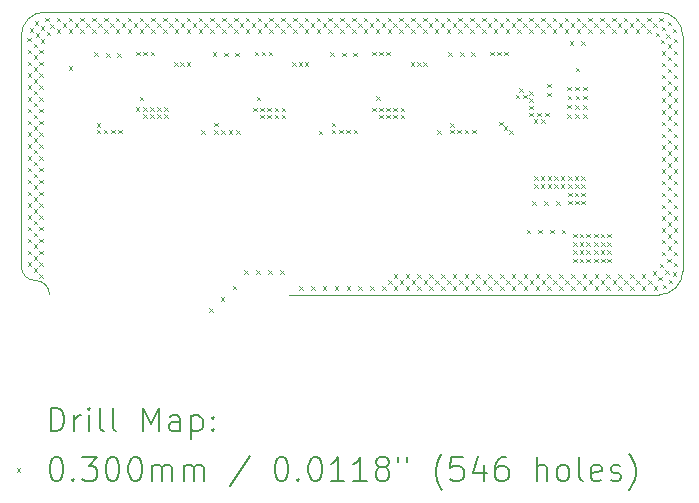
<source format=gbr>
%FSLAX45Y45*%
G04 Gerber Fmt 4.5, Leading zero omitted, Abs format (unit mm)*
G04 Created by KiCad (PCBNEW (5.99.0-12889-g70df3822b5)) date 2021-11-21 20:45:45*
%MOMM*%
%LPD*%
G01*
G04 APERTURE LIST*
%TA.AperFunction,Profile*%
%ADD10C,0.050000*%
%TD*%
%ADD11C,0.200000*%
%ADD12C,0.030000*%
G04 APERTURE END LIST*
D10*
X6400000Y3394062D02*
X1200000Y3394062D01*
X6600062Y3194000D02*
X6600000Y1200000D01*
X3270000Y1000000D02*
X6399938Y999938D01*
X6600062Y3194000D02*
G75*
G03*
X6400000Y3394062I-200062J0D01*
G01*
X1200000Y3394062D02*
G75*
G03*
X999938Y3194000I0J-200062D01*
G01*
X999867Y1240133D02*
G75*
G03*
X1119933Y1120067I120067J0D01*
G01*
X6399938Y999938D02*
G75*
G03*
X6600000Y1200000I0J200062D01*
G01*
X1240000Y1000000D02*
G75*
G03*
X1119933Y1120067I-120067J0D01*
G01*
X999938Y3194000D02*
X999867Y1240133D01*
D11*
D12*
X1052000Y3175000D02*
X1082000Y3145000D01*
X1082000Y3175000D02*
X1052000Y3145000D01*
X1054000Y3074000D02*
X1084000Y3044000D01*
X1084000Y3074000D02*
X1054000Y3044000D01*
X1054000Y2974000D02*
X1084000Y2944000D01*
X1084000Y2974000D02*
X1054000Y2944000D01*
X1054000Y2874000D02*
X1084000Y2844000D01*
X1084000Y2874000D02*
X1054000Y2844000D01*
X1054000Y2774000D02*
X1084000Y2744000D01*
X1084000Y2774000D02*
X1054000Y2744000D01*
X1054000Y2674000D02*
X1084000Y2644000D01*
X1084000Y2674000D02*
X1054000Y2644000D01*
X1054000Y2574000D02*
X1084000Y2544000D01*
X1084000Y2574000D02*
X1054000Y2544000D01*
X1054000Y2474000D02*
X1084000Y2444000D01*
X1084000Y2474000D02*
X1054000Y2444000D01*
X1054000Y2374000D02*
X1084000Y2344000D01*
X1084000Y2374000D02*
X1054000Y2344000D01*
X1054000Y2274000D02*
X1084000Y2244000D01*
X1084000Y2274000D02*
X1054000Y2244000D01*
X1054000Y2174000D02*
X1084000Y2144000D01*
X1084000Y2174000D02*
X1054000Y2144000D01*
X1054000Y2074000D02*
X1084000Y2044000D01*
X1084000Y2074000D02*
X1054000Y2044000D01*
X1054000Y1974000D02*
X1084000Y1944000D01*
X1084000Y1974000D02*
X1054000Y1944000D01*
X1054000Y1874000D02*
X1084000Y1844000D01*
X1084000Y1874000D02*
X1054000Y1844000D01*
X1054000Y1774000D02*
X1084000Y1744000D01*
X1084000Y1774000D02*
X1054000Y1744000D01*
X1054000Y1674000D02*
X1084000Y1644000D01*
X1084000Y1674000D02*
X1054000Y1644000D01*
X1054000Y1574000D02*
X1084000Y1544000D01*
X1084000Y1574000D02*
X1054000Y1544000D01*
X1054000Y1474000D02*
X1084000Y1444000D01*
X1084000Y1474000D02*
X1054000Y1444000D01*
X1054000Y1374000D02*
X1084000Y1344000D01*
X1084000Y1374000D02*
X1054000Y1344000D01*
X1054000Y1274000D02*
X1084000Y1244000D01*
X1084000Y1274000D02*
X1054000Y1244000D01*
X1070000Y3255000D02*
X1100000Y3225000D01*
X1100000Y3255000D02*
X1070000Y3225000D01*
X1104000Y3126000D02*
X1134000Y3096000D01*
X1134000Y3126000D02*
X1104000Y3096000D01*
X1104000Y3026000D02*
X1134000Y2996000D01*
X1134000Y3026000D02*
X1104000Y2996000D01*
X1104000Y2926000D02*
X1134000Y2896000D01*
X1134000Y2926000D02*
X1104000Y2896000D01*
X1104000Y2826000D02*
X1134000Y2796000D01*
X1134000Y2826000D02*
X1104000Y2796000D01*
X1104000Y2726000D02*
X1134000Y2696000D01*
X1134000Y2726000D02*
X1104000Y2696000D01*
X1104000Y2626000D02*
X1134000Y2596000D01*
X1134000Y2626000D02*
X1104000Y2596000D01*
X1104000Y2526000D02*
X1134000Y2496000D01*
X1134000Y2526000D02*
X1104000Y2496000D01*
X1104000Y2426000D02*
X1134000Y2396000D01*
X1134000Y2426000D02*
X1104000Y2396000D01*
X1104000Y2326000D02*
X1134000Y2296000D01*
X1134000Y2326000D02*
X1104000Y2296000D01*
X1104000Y2226000D02*
X1134000Y2196000D01*
X1134000Y2226000D02*
X1104000Y2196000D01*
X1104000Y2126000D02*
X1134000Y2096000D01*
X1134000Y2126000D02*
X1104000Y2096000D01*
X1104000Y2026000D02*
X1134000Y1996000D01*
X1134000Y2026000D02*
X1104000Y1996000D01*
X1104000Y1926000D02*
X1134000Y1896000D01*
X1134000Y1926000D02*
X1104000Y1896000D01*
X1104000Y1826000D02*
X1134000Y1796000D01*
X1134000Y1826000D02*
X1104000Y1796000D01*
X1104000Y1726000D02*
X1134000Y1696000D01*
X1134000Y1726000D02*
X1104000Y1696000D01*
X1104000Y1626000D02*
X1134000Y1596000D01*
X1134000Y1626000D02*
X1104000Y1596000D01*
X1104000Y1526000D02*
X1134000Y1496000D01*
X1134000Y1526000D02*
X1104000Y1496000D01*
X1104000Y1426000D02*
X1134000Y1396000D01*
X1134000Y1426000D02*
X1104000Y1396000D01*
X1104000Y1326000D02*
X1134000Y1296000D01*
X1134000Y1326000D02*
X1104000Y1296000D01*
X1104000Y1224000D02*
X1134000Y1194000D01*
X1134000Y1224000D02*
X1104000Y1194000D01*
X1115000Y3317000D02*
X1145000Y3287000D01*
X1145000Y3317000D02*
X1115000Y3287000D01*
X1121000Y3214000D02*
X1151000Y3184000D01*
X1151000Y3214000D02*
X1121000Y3184000D01*
X1154000Y3074000D02*
X1184000Y3044000D01*
X1184000Y3074000D02*
X1154000Y3044000D01*
X1154000Y2974000D02*
X1184000Y2944000D01*
X1184000Y2974000D02*
X1154000Y2944000D01*
X1154000Y2874000D02*
X1184000Y2844000D01*
X1184000Y2874000D02*
X1154000Y2844000D01*
X1154000Y2774000D02*
X1184000Y2744000D01*
X1184000Y2774000D02*
X1154000Y2744000D01*
X1154000Y2674000D02*
X1184000Y2644000D01*
X1184000Y2674000D02*
X1154000Y2644000D01*
X1154000Y2574000D02*
X1184000Y2544000D01*
X1184000Y2574000D02*
X1154000Y2544000D01*
X1154000Y2474000D02*
X1184000Y2444000D01*
X1184000Y2474000D02*
X1154000Y2444000D01*
X1154000Y2374000D02*
X1184000Y2344000D01*
X1184000Y2374000D02*
X1154000Y2344000D01*
X1154000Y2274000D02*
X1184000Y2244000D01*
X1184000Y2274000D02*
X1154000Y2244000D01*
X1154000Y2174000D02*
X1184000Y2144000D01*
X1184000Y2174000D02*
X1154000Y2144000D01*
X1154000Y2074000D02*
X1184000Y2044000D01*
X1184000Y2074000D02*
X1154000Y2044000D01*
X1154000Y1974000D02*
X1184000Y1944000D01*
X1184000Y1974000D02*
X1154000Y1944000D01*
X1154000Y1874000D02*
X1184000Y1844000D01*
X1184000Y1874000D02*
X1154000Y1844000D01*
X1154000Y1774000D02*
X1184000Y1744000D01*
X1184000Y1774000D02*
X1154000Y1744000D01*
X1154000Y1674000D02*
X1184000Y1644000D01*
X1184000Y1674000D02*
X1154000Y1644000D01*
X1154000Y1574000D02*
X1184000Y1544000D01*
X1184000Y1574000D02*
X1154000Y1544000D01*
X1154000Y1474000D02*
X1184000Y1444000D01*
X1184000Y1474000D02*
X1154000Y1444000D01*
X1154000Y1374000D02*
X1184000Y1344000D01*
X1184000Y1374000D02*
X1154000Y1344000D01*
X1154000Y1274000D02*
X1184000Y1244000D01*
X1184000Y1274000D02*
X1154000Y1244000D01*
X1154000Y1174000D02*
X1184000Y1144000D01*
X1184000Y1174000D02*
X1154000Y1144000D01*
X1163000Y3162000D02*
X1193000Y3132000D01*
X1193000Y3162000D02*
X1163000Y3132000D01*
X1165000Y3272000D02*
X1195000Y3242000D01*
X1195000Y3272000D02*
X1165000Y3242000D01*
X1201000Y3347000D02*
X1231000Y3317000D01*
X1231000Y3347000D02*
X1201000Y3317000D01*
X1214000Y3228000D02*
X1244000Y3198000D01*
X1244000Y3228000D02*
X1214000Y3198000D01*
X1244000Y3292000D02*
X1274000Y3262000D01*
X1274000Y3292000D02*
X1244000Y3262000D01*
X1301000Y3347000D02*
X1331000Y3317000D01*
X1331000Y3347000D02*
X1301000Y3317000D01*
X1301000Y3247000D02*
X1331000Y3217000D01*
X1331000Y3247000D02*
X1301000Y3217000D01*
X1351000Y3297000D02*
X1381000Y3267000D01*
X1381000Y3297000D02*
X1351000Y3267000D01*
X1401000Y3347000D02*
X1431000Y3317000D01*
X1431000Y3347000D02*
X1401000Y3317000D01*
X1401000Y3247000D02*
X1431000Y3217000D01*
X1431000Y3247000D02*
X1401000Y3217000D01*
X1401000Y2934000D02*
X1431000Y2904000D01*
X1431000Y2934000D02*
X1401000Y2904000D01*
X1451000Y3297000D02*
X1481000Y3267000D01*
X1481000Y3297000D02*
X1451000Y3267000D01*
X1501000Y3347000D02*
X1531000Y3317000D01*
X1531000Y3347000D02*
X1501000Y3317000D01*
X1501000Y3247000D02*
X1531000Y3217000D01*
X1531000Y3247000D02*
X1501000Y3217000D01*
X1551000Y3297000D02*
X1581000Y3267000D01*
X1581000Y3297000D02*
X1551000Y3267000D01*
X1601000Y3347000D02*
X1631000Y3317000D01*
X1631000Y3347000D02*
X1601000Y3317000D01*
X1601000Y3247000D02*
X1631000Y3217000D01*
X1631000Y3247000D02*
X1601000Y3217000D01*
X1619000Y3053000D02*
X1649000Y3023000D01*
X1649000Y3053000D02*
X1619000Y3023000D01*
X1637000Y2454000D02*
X1667000Y2424000D01*
X1667000Y2454000D02*
X1637000Y2424000D01*
X1637000Y2396000D02*
X1667000Y2366000D01*
X1667000Y2396000D02*
X1637000Y2366000D01*
X1651000Y3297000D02*
X1681000Y3267000D01*
X1681000Y3297000D02*
X1651000Y3267000D01*
X1699000Y2396000D02*
X1729000Y2366000D01*
X1729000Y2396000D02*
X1699000Y2366000D01*
X1701000Y3347000D02*
X1731000Y3317000D01*
X1731000Y3347000D02*
X1701000Y3317000D01*
X1701000Y3247000D02*
X1731000Y3217000D01*
X1731000Y3247000D02*
X1701000Y3217000D01*
X1721000Y3047000D02*
X1751000Y3017000D01*
X1751000Y3047000D02*
X1721000Y3017000D01*
X1751000Y3297000D02*
X1781000Y3267000D01*
X1781000Y3297000D02*
X1751000Y3267000D01*
X1760000Y2396000D02*
X1790000Y2366000D01*
X1790000Y2396000D02*
X1760000Y2366000D01*
X1801000Y3347000D02*
X1831000Y3317000D01*
X1831000Y3347000D02*
X1801000Y3317000D01*
X1801000Y3247000D02*
X1831000Y3217000D01*
X1831000Y3247000D02*
X1801000Y3217000D01*
X1813000Y3047000D02*
X1843000Y3017000D01*
X1843000Y3047000D02*
X1813000Y3017000D01*
X1823000Y2396000D02*
X1853000Y2366000D01*
X1853000Y2396000D02*
X1823000Y2366000D01*
X1851000Y3297000D02*
X1881000Y3267000D01*
X1881000Y3297000D02*
X1851000Y3267000D01*
X1901000Y3347000D02*
X1931000Y3317000D01*
X1931000Y3347000D02*
X1901000Y3317000D01*
X1901000Y3247000D02*
X1931000Y3217000D01*
X1931000Y3247000D02*
X1901000Y3217000D01*
X1951000Y3297000D02*
X1981000Y3267000D01*
X1981000Y3297000D02*
X1951000Y3267000D01*
X1970000Y2588000D02*
X2000000Y2558000D01*
X2000000Y2588000D02*
X1970000Y2558000D01*
X1974000Y3058000D02*
X2004000Y3028000D01*
X2004000Y3058000D02*
X1974000Y3028000D01*
X2001000Y3347000D02*
X2031000Y3317000D01*
X2031000Y3347000D02*
X2001000Y3317000D01*
X2001000Y3247000D02*
X2031000Y3217000D01*
X2031000Y3247000D02*
X2001000Y3217000D01*
X2004000Y2678000D02*
X2034000Y2648000D01*
X2034000Y2678000D02*
X2004000Y2648000D01*
X2032000Y2587000D02*
X2062000Y2557000D01*
X2062000Y2587000D02*
X2032000Y2557000D01*
X2032000Y2527000D02*
X2062000Y2497000D01*
X2062000Y2527000D02*
X2032000Y2497000D01*
X2034000Y3058000D02*
X2064000Y3028000D01*
X2064000Y3058000D02*
X2034000Y3028000D01*
X2051000Y3297000D02*
X2081000Y3267000D01*
X2081000Y3297000D02*
X2051000Y3267000D01*
X2092000Y2587000D02*
X2122000Y2557000D01*
X2122000Y2587000D02*
X2092000Y2557000D01*
X2092000Y2527000D02*
X2122000Y2497000D01*
X2122000Y2527000D02*
X2092000Y2497000D01*
X2094000Y3058000D02*
X2124000Y3028000D01*
X2124000Y3058000D02*
X2094000Y3028000D01*
X2101000Y3347000D02*
X2131000Y3317000D01*
X2131000Y3347000D02*
X2101000Y3317000D01*
X2101000Y3247000D02*
X2131000Y3217000D01*
X2131000Y3247000D02*
X2101000Y3217000D01*
X2151000Y3297000D02*
X2181000Y3267000D01*
X2181000Y3297000D02*
X2151000Y3267000D01*
X2152000Y2587000D02*
X2182000Y2557000D01*
X2182000Y2587000D02*
X2152000Y2557000D01*
X2152000Y2527000D02*
X2182000Y2497000D01*
X2182000Y2527000D02*
X2152000Y2497000D01*
X2201000Y3347000D02*
X2231000Y3317000D01*
X2231000Y3347000D02*
X2201000Y3317000D01*
X2201000Y3247000D02*
X2231000Y3217000D01*
X2231000Y3247000D02*
X2201000Y3217000D01*
X2212000Y2587000D02*
X2242000Y2557000D01*
X2242000Y2587000D02*
X2212000Y2557000D01*
X2212000Y2527000D02*
X2242000Y2497000D01*
X2242000Y2527000D02*
X2212000Y2497000D01*
X2251000Y3297000D02*
X2281000Y3267000D01*
X2281000Y3297000D02*
X2251000Y3267000D01*
X2293000Y2970000D02*
X2323000Y2940000D01*
X2323000Y2970000D02*
X2293000Y2940000D01*
X2301000Y3347000D02*
X2331000Y3317000D01*
X2331000Y3347000D02*
X2301000Y3317000D01*
X2301000Y3247000D02*
X2331000Y3217000D01*
X2331000Y3247000D02*
X2301000Y3217000D01*
X2346000Y2970000D02*
X2376000Y2940000D01*
X2376000Y2970000D02*
X2346000Y2940000D01*
X2351000Y3297000D02*
X2381000Y3267000D01*
X2381000Y3297000D02*
X2351000Y3267000D01*
X2399000Y2970000D02*
X2429000Y2940000D01*
X2429000Y2970000D02*
X2399000Y2940000D01*
X2401000Y3347000D02*
X2431000Y3317000D01*
X2431000Y3347000D02*
X2401000Y3317000D01*
X2401000Y3247000D02*
X2431000Y3217000D01*
X2431000Y3247000D02*
X2401000Y3217000D01*
X2451000Y3297000D02*
X2481000Y3267000D01*
X2481000Y3297000D02*
X2451000Y3267000D01*
X2501000Y3347000D02*
X2531000Y3317000D01*
X2531000Y3347000D02*
X2501000Y3317000D01*
X2501000Y3247000D02*
X2531000Y3217000D01*
X2531000Y3247000D02*
X2501000Y3217000D01*
X2523500Y2392500D02*
X2553500Y2362500D01*
X2553500Y2392500D02*
X2523500Y2362500D01*
X2551000Y3297000D02*
X2581000Y3267000D01*
X2581000Y3297000D02*
X2551000Y3267000D01*
X2590000Y884000D02*
X2620000Y854000D01*
X2620000Y884000D02*
X2590000Y854000D01*
X2601000Y3347000D02*
X2631000Y3317000D01*
X2631000Y3347000D02*
X2601000Y3317000D01*
X2601000Y3247000D02*
X2631000Y3217000D01*
X2631000Y3247000D02*
X2601000Y3217000D01*
X2620000Y3053000D02*
X2650000Y3023000D01*
X2650000Y3053000D02*
X2620000Y3023000D01*
X2633000Y2456000D02*
X2663000Y2426000D01*
X2663000Y2456000D02*
X2633000Y2426000D01*
X2633000Y2395000D02*
X2663000Y2365000D01*
X2663000Y2395000D02*
X2633000Y2365000D01*
X2651000Y3297000D02*
X2681000Y3267000D01*
X2681000Y3297000D02*
X2651000Y3267000D01*
X2690000Y978000D02*
X2720000Y948000D01*
X2720000Y978000D02*
X2690000Y948000D01*
X2695000Y2395000D02*
X2725000Y2365000D01*
X2725000Y2395000D02*
X2695000Y2365000D01*
X2701000Y3347000D02*
X2731000Y3317000D01*
X2731000Y3347000D02*
X2701000Y3317000D01*
X2701000Y3247000D02*
X2731000Y3217000D01*
X2731000Y3247000D02*
X2701000Y3217000D01*
X2719000Y3051000D02*
X2749000Y3021000D01*
X2749000Y3051000D02*
X2719000Y3021000D01*
X2751000Y3297000D02*
X2781000Y3267000D01*
X2781000Y3297000D02*
X2751000Y3267000D01*
X2756000Y2395000D02*
X2786000Y2365000D01*
X2786000Y2395000D02*
X2756000Y2365000D01*
X2789333Y1076000D02*
X2819333Y1046000D01*
X2819333Y1076000D02*
X2789333Y1046000D01*
X2801000Y3347000D02*
X2831000Y3317000D01*
X2831000Y3347000D02*
X2801000Y3317000D01*
X2801000Y3247000D02*
X2831000Y3217000D01*
X2831000Y3247000D02*
X2801000Y3217000D01*
X2811000Y3051000D02*
X2841000Y3021000D01*
X2841000Y3051000D02*
X2811000Y3021000D01*
X2819000Y2395000D02*
X2849000Y2365000D01*
X2849000Y2395000D02*
X2819000Y2365000D01*
X2851000Y3297000D02*
X2881000Y3267000D01*
X2881000Y3297000D02*
X2851000Y3267000D01*
X2889500Y1209500D02*
X2919500Y1179500D01*
X2919500Y1209500D02*
X2889500Y1179500D01*
X2901000Y3347000D02*
X2931000Y3317000D01*
X2931000Y3347000D02*
X2901000Y3317000D01*
X2901000Y3247000D02*
X2931000Y3217000D01*
X2931000Y3247000D02*
X2901000Y3217000D01*
X2951000Y3297000D02*
X2981000Y3267000D01*
X2981000Y3297000D02*
X2951000Y3267000D01*
X2963000Y2585000D02*
X2993000Y2555000D01*
X2993000Y2585000D02*
X2963000Y2555000D01*
X2976000Y3058000D02*
X3006000Y3028000D01*
X3006000Y3058000D02*
X2976000Y3028000D01*
X2989666Y1209500D02*
X3019666Y1179500D01*
X3019666Y1209500D02*
X2989666Y1179500D01*
X2992000Y2676000D02*
X3022000Y2646000D01*
X3022000Y2676000D02*
X2992000Y2646000D01*
X3001000Y3347000D02*
X3031000Y3317000D01*
X3031000Y3347000D02*
X3001000Y3317000D01*
X3001000Y3247000D02*
X3031000Y3217000D01*
X3031000Y3247000D02*
X3001000Y3217000D01*
X3024000Y2585000D02*
X3054000Y2555000D01*
X3054000Y2585000D02*
X3024000Y2555000D01*
X3024000Y2525000D02*
X3054000Y2495000D01*
X3054000Y2525000D02*
X3024000Y2495000D01*
X3036000Y3058000D02*
X3066000Y3028000D01*
X3066000Y3058000D02*
X3036000Y3028000D01*
X3051000Y3297000D02*
X3081000Y3267000D01*
X3081000Y3297000D02*
X3051000Y3267000D01*
X3084000Y2585000D02*
X3114000Y2555000D01*
X3114000Y2585000D02*
X3084000Y2555000D01*
X3084000Y2525000D02*
X3114000Y2495000D01*
X3114000Y2525000D02*
X3084000Y2495000D01*
X3089833Y1209500D02*
X3119833Y1179500D01*
X3119833Y1209500D02*
X3089833Y1179500D01*
X3096000Y3058000D02*
X3126000Y3028000D01*
X3126000Y3058000D02*
X3096000Y3028000D01*
X3101000Y3347000D02*
X3131000Y3317000D01*
X3131000Y3347000D02*
X3101000Y3317000D01*
X3101000Y3247000D02*
X3131000Y3217000D01*
X3131000Y3247000D02*
X3101000Y3217000D01*
X3144000Y2585000D02*
X3174000Y2555000D01*
X3174000Y2585000D02*
X3144000Y2555000D01*
X3144000Y2525000D02*
X3174000Y2495000D01*
X3174000Y2525000D02*
X3144000Y2495000D01*
X3151000Y3297000D02*
X3181000Y3267000D01*
X3181000Y3297000D02*
X3151000Y3267000D01*
X3191000Y1209500D02*
X3221000Y1179500D01*
X3221000Y1209500D02*
X3191000Y1179500D01*
X3201000Y3347000D02*
X3231000Y3317000D01*
X3231000Y3347000D02*
X3201000Y3317000D01*
X3201000Y3247000D02*
X3231000Y3217000D01*
X3231000Y3247000D02*
X3201000Y3217000D01*
X3204000Y2585000D02*
X3234000Y2555000D01*
X3234000Y2585000D02*
X3204000Y2555000D01*
X3204000Y2525000D02*
X3234000Y2495000D01*
X3234000Y2525000D02*
X3204000Y2495000D01*
X3251000Y3297000D02*
X3281000Y3267000D01*
X3281000Y3297000D02*
X3251000Y3267000D01*
X3295000Y2970000D02*
X3325000Y2940000D01*
X3325000Y2970000D02*
X3295000Y2940000D01*
X3301000Y3347000D02*
X3331000Y3317000D01*
X3331000Y3347000D02*
X3301000Y3317000D01*
X3301000Y3247000D02*
X3331000Y3217000D01*
X3331000Y3247000D02*
X3301000Y3217000D01*
X3348000Y2970000D02*
X3378000Y2940000D01*
X3378000Y2970000D02*
X3348000Y2940000D01*
X3351000Y3297000D02*
X3381000Y3267000D01*
X3381000Y3297000D02*
X3351000Y3267000D01*
X3354000Y1074000D02*
X3384000Y1044000D01*
X3384000Y1074000D02*
X3354000Y1044000D01*
X3401000Y3347000D02*
X3431000Y3317000D01*
X3431000Y3347000D02*
X3401000Y3317000D01*
X3401000Y3247000D02*
X3431000Y3217000D01*
X3431000Y3247000D02*
X3401000Y3217000D01*
X3401000Y2970000D02*
X3431000Y2940000D01*
X3431000Y2970000D02*
X3401000Y2940000D01*
X3451000Y3297000D02*
X3481000Y3267000D01*
X3481000Y3297000D02*
X3451000Y3267000D01*
X3454000Y1074000D02*
X3484000Y1044000D01*
X3484000Y1074000D02*
X3454000Y1044000D01*
X3501000Y3347000D02*
X3531000Y3317000D01*
X3531000Y3347000D02*
X3501000Y3317000D01*
X3501000Y3247000D02*
X3531000Y3217000D01*
X3531000Y3247000D02*
X3501000Y3217000D01*
X3518500Y2390500D02*
X3548500Y2360500D01*
X3548500Y2390500D02*
X3518500Y2360500D01*
X3551000Y3297000D02*
X3581000Y3267000D01*
X3581000Y3297000D02*
X3551000Y3267000D01*
X3554000Y1074000D02*
X3584000Y1044000D01*
X3584000Y1074000D02*
X3554000Y1044000D01*
X3601000Y3347000D02*
X3631000Y3317000D01*
X3631000Y3347000D02*
X3601000Y3317000D01*
X3601000Y3247000D02*
X3631000Y3217000D01*
X3631000Y3247000D02*
X3601000Y3217000D01*
X3617000Y3053000D02*
X3647000Y3023000D01*
X3647000Y3053000D02*
X3617000Y3023000D01*
X3628000Y2456000D02*
X3658000Y2426000D01*
X3658000Y2456000D02*
X3628000Y2426000D01*
X3628000Y2396000D02*
X3658000Y2366000D01*
X3658000Y2396000D02*
X3628000Y2366000D01*
X3651000Y3297000D02*
X3681000Y3267000D01*
X3681000Y3297000D02*
X3651000Y3267000D01*
X3654000Y1074000D02*
X3684000Y1044000D01*
X3684000Y1074000D02*
X3654000Y1044000D01*
X3690000Y2396000D02*
X3720000Y2366000D01*
X3720000Y2396000D02*
X3690000Y2366000D01*
X3701000Y3347000D02*
X3731000Y3317000D01*
X3731000Y3347000D02*
X3701000Y3317000D01*
X3701000Y3247000D02*
X3731000Y3217000D01*
X3731000Y3247000D02*
X3701000Y3217000D01*
X3718000Y3050000D02*
X3748000Y3020000D01*
X3748000Y3050000D02*
X3718000Y3020000D01*
X3751000Y3297000D02*
X3781000Y3267000D01*
X3781000Y3297000D02*
X3751000Y3267000D01*
X3751000Y2396000D02*
X3781000Y2366000D01*
X3781000Y2396000D02*
X3751000Y2366000D01*
X3754000Y1074000D02*
X3784000Y1044000D01*
X3784000Y1074000D02*
X3754000Y1044000D01*
X3801000Y3347000D02*
X3831000Y3317000D01*
X3831000Y3347000D02*
X3801000Y3317000D01*
X3801000Y3247000D02*
X3831000Y3217000D01*
X3831000Y3247000D02*
X3801000Y3217000D01*
X3810000Y3050000D02*
X3840000Y3020000D01*
X3840000Y3050000D02*
X3810000Y3020000D01*
X3814000Y2396000D02*
X3844000Y2366000D01*
X3844000Y2396000D02*
X3814000Y2366000D01*
X3851000Y3297000D02*
X3881000Y3267000D01*
X3881000Y3297000D02*
X3851000Y3267000D01*
X3854000Y1074000D02*
X3884000Y1044000D01*
X3884000Y1074000D02*
X3854000Y1044000D01*
X3901000Y3347000D02*
X3931000Y3317000D01*
X3931000Y3347000D02*
X3901000Y3317000D01*
X3901000Y3247000D02*
X3931000Y3217000D01*
X3931000Y3247000D02*
X3901000Y3217000D01*
X3951000Y3297000D02*
X3981000Y3267000D01*
X3981000Y3297000D02*
X3951000Y3267000D01*
X3954000Y1074000D02*
X3984000Y1044000D01*
X3984000Y1074000D02*
X3954000Y1044000D01*
X3969000Y3058000D02*
X3999000Y3028000D01*
X3999000Y3058000D02*
X3969000Y3028000D01*
X3972000Y2585000D02*
X4002000Y2555000D01*
X4002000Y2585000D02*
X3972000Y2555000D01*
X4001000Y3347000D02*
X4031000Y3317000D01*
X4031000Y3347000D02*
X4001000Y3317000D01*
X4001000Y3247000D02*
X4031000Y3217000D01*
X4031000Y3247000D02*
X4001000Y3217000D01*
X4003000Y2680000D02*
X4033000Y2650000D01*
X4033000Y2680000D02*
X4003000Y2650000D01*
X4029000Y3058000D02*
X4059000Y3028000D01*
X4059000Y3058000D02*
X4029000Y3028000D01*
X4031000Y2585000D02*
X4061000Y2555000D01*
X4061000Y2585000D02*
X4031000Y2555000D01*
X4031000Y2525000D02*
X4061000Y2495000D01*
X4061000Y2525000D02*
X4031000Y2495000D01*
X4051000Y3297000D02*
X4081000Y3267000D01*
X4081000Y3297000D02*
X4051000Y3267000D01*
X4054000Y1074000D02*
X4084000Y1044000D01*
X4084000Y1074000D02*
X4054000Y1044000D01*
X4089000Y3058000D02*
X4119000Y3028000D01*
X4119000Y3058000D02*
X4089000Y3028000D01*
X4091000Y2585000D02*
X4121000Y2555000D01*
X4121000Y2585000D02*
X4091000Y2555000D01*
X4091000Y2525000D02*
X4121000Y2495000D01*
X4121000Y2525000D02*
X4091000Y2495000D01*
X4101000Y3347000D02*
X4131000Y3317000D01*
X4131000Y3347000D02*
X4101000Y3317000D01*
X4101000Y3247000D02*
X4131000Y3217000D01*
X4131000Y3247000D02*
X4101000Y3217000D01*
X4106000Y1123000D02*
X4136000Y1093000D01*
X4136000Y1123000D02*
X4106000Y1093000D01*
X4151000Y3297000D02*
X4181000Y3267000D01*
X4181000Y3297000D02*
X4151000Y3267000D01*
X4151000Y2585000D02*
X4181000Y2555000D01*
X4181000Y2585000D02*
X4151000Y2555000D01*
X4151000Y2525000D02*
X4181000Y2495000D01*
X4181000Y2525000D02*
X4151000Y2495000D01*
X4154000Y1174000D02*
X4184000Y1144000D01*
X4184000Y1174000D02*
X4154000Y1144000D01*
X4154000Y1074000D02*
X4184000Y1044000D01*
X4184000Y1074000D02*
X4154000Y1044000D01*
X4201000Y3347000D02*
X4231000Y3317000D01*
X4231000Y3347000D02*
X4201000Y3317000D01*
X4201000Y3247000D02*
X4231000Y3217000D01*
X4231000Y3247000D02*
X4201000Y3217000D01*
X4206000Y1123000D02*
X4236000Y1093000D01*
X4236000Y1123000D02*
X4206000Y1093000D01*
X4211000Y2585000D02*
X4241000Y2555000D01*
X4241000Y2585000D02*
X4211000Y2555000D01*
X4211000Y2525000D02*
X4241000Y2495000D01*
X4241000Y2525000D02*
X4211000Y2495000D01*
X4251000Y3297000D02*
X4281000Y3267000D01*
X4281000Y3297000D02*
X4251000Y3267000D01*
X4254000Y1174000D02*
X4284000Y1144000D01*
X4284000Y1174000D02*
X4254000Y1144000D01*
X4254000Y1074000D02*
X4284000Y1044000D01*
X4284000Y1074000D02*
X4254000Y1044000D01*
X4297000Y2970000D02*
X4327000Y2940000D01*
X4327000Y2970000D02*
X4297000Y2940000D01*
X4301000Y3347000D02*
X4331000Y3317000D01*
X4331000Y3347000D02*
X4301000Y3317000D01*
X4301000Y3247000D02*
X4331000Y3217000D01*
X4331000Y3247000D02*
X4301000Y3217000D01*
X4306000Y1123000D02*
X4336000Y1093000D01*
X4336000Y1123000D02*
X4306000Y1093000D01*
X4350000Y2970000D02*
X4380000Y2940000D01*
X4380000Y2970000D02*
X4350000Y2940000D01*
X4351000Y3297000D02*
X4381000Y3267000D01*
X4381000Y3297000D02*
X4351000Y3267000D01*
X4354000Y1174000D02*
X4384000Y1144000D01*
X4384000Y1174000D02*
X4354000Y1144000D01*
X4354000Y1074000D02*
X4384000Y1044000D01*
X4384000Y1074000D02*
X4354000Y1044000D01*
X4401000Y3347000D02*
X4431000Y3317000D01*
X4431000Y3347000D02*
X4401000Y3317000D01*
X4401000Y3247000D02*
X4431000Y3217000D01*
X4431000Y3247000D02*
X4401000Y3217000D01*
X4403000Y2970000D02*
X4433000Y2940000D01*
X4433000Y2970000D02*
X4403000Y2940000D01*
X4406000Y1123000D02*
X4436000Y1093000D01*
X4436000Y1123000D02*
X4406000Y1093000D01*
X4451000Y3297000D02*
X4481000Y3267000D01*
X4481000Y3297000D02*
X4451000Y3267000D01*
X4454000Y1174000D02*
X4484000Y1144000D01*
X4484000Y1174000D02*
X4454000Y1144000D01*
X4454000Y1074000D02*
X4484000Y1044000D01*
X4484000Y1074000D02*
X4454000Y1044000D01*
X4501000Y3347000D02*
X4531000Y3317000D01*
X4531000Y3347000D02*
X4501000Y3317000D01*
X4501000Y3247000D02*
X4531000Y3217000D01*
X4531000Y3247000D02*
X4501000Y3217000D01*
X4506000Y1123000D02*
X4536000Y1093000D01*
X4536000Y1123000D02*
X4506000Y1093000D01*
X4523000Y2393000D02*
X4553000Y2363000D01*
X4553000Y2393000D02*
X4523000Y2363000D01*
X4551000Y3297000D02*
X4581000Y3267000D01*
X4581000Y3297000D02*
X4551000Y3267000D01*
X4554000Y1174000D02*
X4584000Y1144000D01*
X4584000Y1174000D02*
X4554000Y1144000D01*
X4554000Y1074000D02*
X4584000Y1044000D01*
X4584000Y1074000D02*
X4554000Y1044000D01*
X4601000Y3347000D02*
X4631000Y3317000D01*
X4631000Y3347000D02*
X4601000Y3317000D01*
X4601000Y3247000D02*
X4631000Y3217000D01*
X4631000Y3247000D02*
X4601000Y3217000D01*
X4606000Y1123000D02*
X4636000Y1093000D01*
X4636000Y1123000D02*
X4606000Y1093000D01*
X4614000Y3053000D02*
X4644000Y3023000D01*
X4644000Y3053000D02*
X4614000Y3023000D01*
X4630000Y2453000D02*
X4660000Y2423000D01*
X4660000Y2453000D02*
X4630000Y2423000D01*
X4630000Y2397000D02*
X4660000Y2367000D01*
X4660000Y2397000D02*
X4630000Y2367000D01*
X4651000Y3297000D02*
X4681000Y3267000D01*
X4681000Y3297000D02*
X4651000Y3267000D01*
X4654000Y1174000D02*
X4684000Y1144000D01*
X4684000Y1174000D02*
X4654000Y1144000D01*
X4654000Y1074000D02*
X4684000Y1044000D01*
X4684000Y1074000D02*
X4654000Y1044000D01*
X4692000Y2397000D02*
X4722000Y2367000D01*
X4722000Y2397000D02*
X4692000Y2367000D01*
X4701000Y3347000D02*
X4731000Y3317000D01*
X4731000Y3347000D02*
X4701000Y3317000D01*
X4701000Y3247000D02*
X4731000Y3217000D01*
X4731000Y3247000D02*
X4701000Y3217000D01*
X4706000Y1123000D02*
X4736000Y1093000D01*
X4736000Y1123000D02*
X4706000Y1093000D01*
X4717000Y3053000D02*
X4747000Y3023000D01*
X4747000Y3053000D02*
X4717000Y3023000D01*
X4751000Y3297000D02*
X4781000Y3267000D01*
X4781000Y3297000D02*
X4751000Y3267000D01*
X4753000Y2397000D02*
X4783000Y2367000D01*
X4783000Y2397000D02*
X4753000Y2367000D01*
X4754000Y1174000D02*
X4784000Y1144000D01*
X4784000Y1174000D02*
X4754000Y1144000D01*
X4754000Y1074000D02*
X4784000Y1044000D01*
X4784000Y1074000D02*
X4754000Y1044000D01*
X4801000Y3347000D02*
X4831000Y3317000D01*
X4831000Y3347000D02*
X4801000Y3317000D01*
X4801000Y3247000D02*
X4831000Y3217000D01*
X4831000Y3247000D02*
X4801000Y3217000D01*
X4806000Y1123000D02*
X4836000Y1093000D01*
X4836000Y1123000D02*
X4806000Y1093000D01*
X4809000Y3053000D02*
X4839000Y3023000D01*
X4839000Y3053000D02*
X4809000Y3023000D01*
X4816000Y2397000D02*
X4846000Y2367000D01*
X4846000Y2397000D02*
X4816000Y2367000D01*
X4851000Y3297000D02*
X4881000Y3267000D01*
X4881000Y3297000D02*
X4851000Y3267000D01*
X4854000Y1174000D02*
X4884000Y1144000D01*
X4884000Y1174000D02*
X4854000Y1144000D01*
X4854000Y1074000D02*
X4884000Y1044000D01*
X4884000Y1074000D02*
X4854000Y1044000D01*
X4901000Y3347000D02*
X4931000Y3317000D01*
X4931000Y3347000D02*
X4901000Y3317000D01*
X4901000Y3247000D02*
X4931000Y3217000D01*
X4931000Y3247000D02*
X4901000Y3217000D01*
X4906000Y1123000D02*
X4936000Y1093000D01*
X4936000Y1123000D02*
X4906000Y1093000D01*
X4951000Y3297000D02*
X4981000Y3267000D01*
X4981000Y3297000D02*
X4951000Y3267000D01*
X4954000Y1174000D02*
X4984000Y1144000D01*
X4984000Y1174000D02*
X4954000Y1144000D01*
X4954000Y1074000D02*
X4984000Y1044000D01*
X4984000Y1074000D02*
X4954000Y1044000D01*
X4970000Y3058000D02*
X5000000Y3028000D01*
X5000000Y3058000D02*
X4970000Y3028000D01*
X5001000Y3347000D02*
X5031000Y3317000D01*
X5031000Y3347000D02*
X5001000Y3317000D01*
X5001000Y3247000D02*
X5031000Y3217000D01*
X5031000Y3247000D02*
X5001000Y3217000D01*
X5006000Y1123000D02*
X5036000Y1093000D01*
X5036000Y1123000D02*
X5006000Y1093000D01*
X5030000Y3058000D02*
X5060000Y3028000D01*
X5060000Y3058000D02*
X5030000Y3028000D01*
X5047000Y2466000D02*
X5077000Y2436000D01*
X5077000Y2466000D02*
X5047000Y2436000D01*
X5051000Y3297000D02*
X5081000Y3267000D01*
X5081000Y3297000D02*
X5051000Y3267000D01*
X5054000Y1174000D02*
X5084000Y1144000D01*
X5084000Y1174000D02*
X5054000Y1144000D01*
X5054000Y1074000D02*
X5084000Y1044000D01*
X5084000Y1074000D02*
X5054000Y1044000D01*
X5086000Y2428000D02*
X5116000Y2398000D01*
X5116000Y2428000D02*
X5086000Y2398000D01*
X5090000Y3058000D02*
X5120000Y3028000D01*
X5120000Y3058000D02*
X5090000Y3028000D01*
X5101000Y3347000D02*
X5131000Y3317000D01*
X5131000Y3347000D02*
X5101000Y3317000D01*
X5101000Y3247000D02*
X5131000Y3217000D01*
X5131000Y3247000D02*
X5101000Y3217000D01*
X5106000Y1123000D02*
X5136000Y1093000D01*
X5136000Y1123000D02*
X5106000Y1093000D01*
X5129000Y2394000D02*
X5159000Y2364000D01*
X5159000Y2394000D02*
X5129000Y2364000D01*
X5151000Y3297000D02*
X5181000Y3267000D01*
X5181000Y3297000D02*
X5151000Y3267000D01*
X5154000Y1174000D02*
X5184000Y1144000D01*
X5184000Y1174000D02*
X5154000Y1144000D01*
X5154000Y1074000D02*
X5184000Y1044000D01*
X5184000Y1074000D02*
X5154000Y1044000D01*
X5185000Y2695000D02*
X5215000Y2665000D01*
X5215000Y2695000D02*
X5185000Y2665000D01*
X5201000Y3347000D02*
X5231000Y3317000D01*
X5231000Y3347000D02*
X5201000Y3317000D01*
X5201000Y3247000D02*
X5231000Y3217000D01*
X5231000Y3247000D02*
X5201000Y3217000D01*
X5206000Y1123000D02*
X5236000Y1093000D01*
X5236000Y1123000D02*
X5206000Y1093000D01*
X5217500Y2750000D02*
X5247500Y2720000D01*
X5247500Y2750000D02*
X5217500Y2720000D01*
X5247500Y2695000D02*
X5277500Y2665000D01*
X5277500Y2695000D02*
X5247500Y2665000D01*
X5251000Y3297000D02*
X5281000Y3267000D01*
X5281000Y3297000D02*
X5251000Y3267000D01*
X5254000Y1174000D02*
X5284000Y1144000D01*
X5284000Y1174000D02*
X5254000Y1144000D01*
X5254000Y1074000D02*
X5284000Y1044000D01*
X5284000Y1074000D02*
X5254000Y1044000D01*
X5277500Y1550000D02*
X5307500Y1520000D01*
X5307500Y1550000D02*
X5277500Y1520000D01*
X5301000Y3347000D02*
X5331000Y3317000D01*
X5331000Y3347000D02*
X5301000Y3317000D01*
X5301000Y3247000D02*
X5331000Y3217000D01*
X5331000Y3247000D02*
X5301000Y3217000D01*
X5302500Y2725000D02*
X5332500Y2695000D01*
X5332500Y2725000D02*
X5302500Y2695000D01*
X5302500Y2663333D02*
X5332500Y2633333D01*
X5332500Y2663333D02*
X5302500Y2633333D01*
X5302500Y2601667D02*
X5332500Y2571667D01*
X5332500Y2601667D02*
X5302500Y2571667D01*
X5302500Y2540000D02*
X5332500Y2510000D01*
X5332500Y2540000D02*
X5302500Y2510000D01*
X5306000Y1123000D02*
X5336000Y1093000D01*
X5336000Y1123000D02*
X5306000Y1093000D01*
X5327000Y1793500D02*
X5357000Y1763500D01*
X5357000Y1793500D02*
X5327000Y1763500D01*
X5340000Y2485000D02*
X5370000Y2455000D01*
X5370000Y2485000D02*
X5340000Y2455000D01*
X5343000Y2004500D02*
X5373000Y1974500D01*
X5373000Y2004500D02*
X5343000Y1974500D01*
X5344000Y1934500D02*
X5374000Y1904500D01*
X5374000Y1934500D02*
X5344000Y1904500D01*
X5351000Y3297000D02*
X5381000Y3267000D01*
X5381000Y3297000D02*
X5351000Y3267000D01*
X5354000Y1174000D02*
X5384000Y1144000D01*
X5384000Y1174000D02*
X5354000Y1144000D01*
X5354000Y1074000D02*
X5384000Y1044000D01*
X5384000Y1074000D02*
X5354000Y1044000D01*
X5369500Y2540000D02*
X5399500Y2510000D01*
X5399500Y2540000D02*
X5369500Y2510000D01*
X5377000Y1549500D02*
X5407000Y1519500D01*
X5407000Y1549500D02*
X5377000Y1519500D01*
X5398000Y2004500D02*
X5428000Y1974500D01*
X5428000Y2004500D02*
X5398000Y1974500D01*
X5399000Y1934500D02*
X5429000Y1904500D01*
X5429000Y1934500D02*
X5399000Y1904500D01*
X5400000Y2485000D02*
X5430000Y2455000D01*
X5430000Y2485000D02*
X5400000Y2455000D01*
X5401000Y3347000D02*
X5431000Y3317000D01*
X5431000Y3347000D02*
X5401000Y3317000D01*
X5401000Y3247000D02*
X5431000Y3217000D01*
X5431000Y3247000D02*
X5401000Y3217000D01*
X5406000Y1123000D02*
X5436000Y1093000D01*
X5436000Y1123000D02*
X5406000Y1093000D01*
X5427000Y1793500D02*
X5457000Y1763500D01*
X5457000Y1793500D02*
X5427000Y1763500D01*
X5435000Y2540000D02*
X5465000Y2510000D01*
X5465000Y2540000D02*
X5435000Y2510000D01*
X5451000Y3297000D02*
X5481000Y3267000D01*
X5481000Y3297000D02*
X5451000Y3267000D01*
X5454000Y1174000D02*
X5484000Y1144000D01*
X5484000Y1174000D02*
X5454000Y1144000D01*
X5454000Y1074000D02*
X5484000Y1044000D01*
X5484000Y1074000D02*
X5454000Y1044000D01*
X5455000Y2785000D02*
X5485000Y2755000D01*
X5485000Y2785000D02*
X5455000Y2755000D01*
X5455000Y2709000D02*
X5485000Y2679000D01*
X5485000Y2709000D02*
X5455000Y2679000D01*
X5458000Y2004500D02*
X5488000Y1974500D01*
X5488000Y2004500D02*
X5458000Y1974500D01*
X5459000Y1934500D02*
X5489000Y1904500D01*
X5489000Y1934500D02*
X5459000Y1904500D01*
X5477000Y1549500D02*
X5507000Y1519500D01*
X5507000Y1549500D02*
X5477000Y1519500D01*
X5501000Y3347000D02*
X5531000Y3317000D01*
X5531000Y3347000D02*
X5501000Y3317000D01*
X5501000Y3247000D02*
X5531000Y3217000D01*
X5531000Y3247000D02*
X5501000Y3217000D01*
X5506000Y1123000D02*
X5536000Y1093000D01*
X5536000Y1123000D02*
X5506000Y1093000D01*
X5513000Y2004500D02*
X5543000Y1974500D01*
X5543000Y2004500D02*
X5513000Y1974500D01*
X5514000Y1934500D02*
X5544000Y1904500D01*
X5544000Y1934500D02*
X5514000Y1904500D01*
X5527000Y1793500D02*
X5557000Y1763500D01*
X5557000Y1793500D02*
X5527000Y1763500D01*
X5551000Y3297000D02*
X5581000Y3267000D01*
X5581000Y3297000D02*
X5551000Y3267000D01*
X5554000Y1174000D02*
X5584000Y1144000D01*
X5584000Y1174000D02*
X5554000Y1144000D01*
X5554000Y1074000D02*
X5584000Y1044000D01*
X5584000Y1074000D02*
X5554000Y1044000D01*
X5568000Y2004500D02*
X5598000Y1974500D01*
X5598000Y2004500D02*
X5568000Y1974500D01*
X5569000Y1934500D02*
X5599000Y1904500D01*
X5599000Y1934500D02*
X5569000Y1904500D01*
X5577000Y1549500D02*
X5607000Y1519500D01*
X5607000Y1549500D02*
X5577000Y1519500D01*
X5601000Y3347000D02*
X5631000Y3317000D01*
X5631000Y3347000D02*
X5601000Y3317000D01*
X5601000Y3247000D02*
X5631000Y3217000D01*
X5631000Y3247000D02*
X5601000Y3217000D01*
X5606000Y1123000D02*
X5636000Y1093000D01*
X5636000Y1123000D02*
X5606000Y1093000D01*
X5624000Y2530000D02*
X5654000Y2500000D01*
X5654000Y2530000D02*
X5624000Y2500000D01*
X5624000Y2763000D02*
X5654000Y2733000D01*
X5654000Y2763000D02*
X5624000Y2733000D01*
X5624000Y2607667D02*
X5654000Y2577667D01*
X5654000Y2607667D02*
X5624000Y2577667D01*
X5625000Y2685333D02*
X5655000Y2655333D01*
X5655000Y2685333D02*
X5625000Y2655333D01*
X5632000Y2004500D02*
X5662000Y1974500D01*
X5662000Y2004500D02*
X5632000Y1974500D01*
X5632000Y1865500D02*
X5662000Y1835500D01*
X5662000Y1865500D02*
X5632000Y1835500D01*
X5633000Y1934500D02*
X5663000Y1904500D01*
X5663000Y1934500D02*
X5633000Y1904500D01*
X5633000Y1795500D02*
X5663000Y1765500D01*
X5663000Y1795500D02*
X5633000Y1765500D01*
X5645000Y3145000D02*
X5675000Y3115000D01*
X5675000Y3145000D02*
X5645000Y3115000D01*
X5651000Y3297000D02*
X5681000Y3267000D01*
X5681000Y3297000D02*
X5651000Y3267000D01*
X5654000Y1174000D02*
X5684000Y1144000D01*
X5684000Y1174000D02*
X5654000Y1144000D01*
X5654000Y1074000D02*
X5684000Y1044000D01*
X5684000Y1074000D02*
X5654000Y1044000D01*
X5672000Y1515500D02*
X5702000Y1485500D01*
X5702000Y1515500D02*
X5672000Y1485500D01*
X5672000Y1375500D02*
X5702000Y1345500D01*
X5702000Y1375500D02*
X5672000Y1345500D01*
X5673000Y1445500D02*
X5703000Y1415500D01*
X5703000Y1445500D02*
X5673000Y1415500D01*
X5673000Y1305500D02*
X5703000Y1275500D01*
X5703000Y1305500D02*
X5673000Y1275500D01*
X5687000Y2004500D02*
X5717000Y1974500D01*
X5717000Y2004500D02*
X5687000Y1974500D01*
X5687000Y1865500D02*
X5717000Y1835500D01*
X5717000Y1865500D02*
X5687000Y1835500D01*
X5688000Y1934500D02*
X5718000Y1904500D01*
X5718000Y1934500D02*
X5688000Y1904500D01*
X5688000Y1795500D02*
X5718000Y1765500D01*
X5718000Y1795500D02*
X5688000Y1765500D01*
X5691500Y2762000D02*
X5721500Y2732000D01*
X5721500Y2762000D02*
X5691500Y2732000D01*
X5691500Y2606667D02*
X5721500Y2576667D01*
X5721500Y2606667D02*
X5691500Y2576667D01*
X5691500Y2529000D02*
X5721500Y2499000D01*
X5721500Y2529000D02*
X5691500Y2499000D01*
X5692500Y2922500D02*
X5722500Y2892500D01*
X5722500Y2922500D02*
X5692500Y2892500D01*
X5692500Y2684333D02*
X5722500Y2654333D01*
X5722500Y2684333D02*
X5692500Y2654333D01*
X5701000Y3347000D02*
X5731000Y3317000D01*
X5731000Y3347000D02*
X5701000Y3317000D01*
X5701000Y3247000D02*
X5731000Y3217000D01*
X5731000Y3247000D02*
X5701000Y3217000D01*
X5706000Y1123000D02*
X5736000Y1093000D01*
X5736000Y1123000D02*
X5706000Y1093000D01*
X5727000Y1515500D02*
X5757000Y1485500D01*
X5757000Y1515500D02*
X5727000Y1485500D01*
X5727000Y1375500D02*
X5757000Y1345500D01*
X5757000Y1375500D02*
X5727000Y1345500D01*
X5728000Y1445500D02*
X5758000Y1415500D01*
X5758000Y1445500D02*
X5728000Y1415500D01*
X5728000Y1305500D02*
X5758000Y1275500D01*
X5758000Y1305500D02*
X5728000Y1275500D01*
X5741000Y3145000D02*
X5771000Y3115000D01*
X5771000Y3145000D02*
X5741000Y3115000D01*
X5742000Y2004500D02*
X5772000Y1974500D01*
X5772000Y2004500D02*
X5742000Y1974500D01*
X5742000Y1865500D02*
X5772000Y1835500D01*
X5772000Y1865500D02*
X5742000Y1835500D01*
X5743000Y1934500D02*
X5773000Y1904500D01*
X5773000Y1934500D02*
X5743000Y1904500D01*
X5743000Y1795500D02*
X5773000Y1765500D01*
X5773000Y1795500D02*
X5743000Y1765500D01*
X5751000Y3297000D02*
X5781000Y3267000D01*
X5781000Y3297000D02*
X5751000Y3267000D01*
X5754000Y1174000D02*
X5784000Y1144000D01*
X5784000Y1174000D02*
X5754000Y1144000D01*
X5754000Y1074000D02*
X5784000Y1044000D01*
X5784000Y1074000D02*
X5754000Y1044000D01*
X5759000Y2762000D02*
X5789000Y2732000D01*
X5789000Y2762000D02*
X5759000Y2732000D01*
X5759000Y2606667D02*
X5789000Y2576667D01*
X5789000Y2606667D02*
X5759000Y2576667D01*
X5759000Y2529000D02*
X5789000Y2499000D01*
X5789000Y2529000D02*
X5759000Y2499000D01*
X5760000Y2684333D02*
X5790000Y2654333D01*
X5790000Y2684333D02*
X5760000Y2654333D01*
X5782000Y1515500D02*
X5812000Y1485500D01*
X5812000Y1515500D02*
X5782000Y1485500D01*
X5782000Y1375500D02*
X5812000Y1345500D01*
X5812000Y1375500D02*
X5782000Y1345500D01*
X5783000Y1445500D02*
X5813000Y1415500D01*
X5813000Y1445500D02*
X5783000Y1415500D01*
X5783000Y1305500D02*
X5813000Y1275500D01*
X5813000Y1305500D02*
X5783000Y1275500D01*
X5801000Y3347000D02*
X5831000Y3317000D01*
X5831000Y3347000D02*
X5801000Y3317000D01*
X5801000Y3247000D02*
X5831000Y3217000D01*
X5831000Y3247000D02*
X5801000Y3217000D01*
X5806000Y1123000D02*
X5836000Y1093000D01*
X5836000Y1123000D02*
X5806000Y1093000D01*
X5851000Y3297000D02*
X5881000Y3267000D01*
X5881000Y3297000D02*
X5851000Y3267000D01*
X5852000Y1515500D02*
X5882000Y1485500D01*
X5882000Y1515500D02*
X5852000Y1485500D01*
X5852000Y1375500D02*
X5882000Y1345500D01*
X5882000Y1375500D02*
X5852000Y1345500D01*
X5853000Y1445500D02*
X5883000Y1415500D01*
X5883000Y1445500D02*
X5853000Y1415500D01*
X5853000Y1305500D02*
X5883000Y1275500D01*
X5883000Y1305500D02*
X5853000Y1275500D01*
X5854000Y1174000D02*
X5884000Y1144000D01*
X5884000Y1174000D02*
X5854000Y1144000D01*
X5854000Y1074000D02*
X5884000Y1044000D01*
X5884000Y1074000D02*
X5854000Y1044000D01*
X5901000Y3347000D02*
X5931000Y3317000D01*
X5931000Y3347000D02*
X5901000Y3317000D01*
X5901000Y3247000D02*
X5931000Y3217000D01*
X5931000Y3247000D02*
X5901000Y3217000D01*
X5906000Y1123000D02*
X5936000Y1093000D01*
X5936000Y1123000D02*
X5906000Y1093000D01*
X5907000Y1515500D02*
X5937000Y1485500D01*
X5937000Y1515500D02*
X5907000Y1485500D01*
X5907000Y1375500D02*
X5937000Y1345500D01*
X5937000Y1375500D02*
X5907000Y1345500D01*
X5908000Y1445500D02*
X5938000Y1415500D01*
X5938000Y1445500D02*
X5908000Y1415500D01*
X5908000Y1305500D02*
X5938000Y1275500D01*
X5938000Y1305500D02*
X5908000Y1275500D01*
X5951000Y3297000D02*
X5981000Y3267000D01*
X5981000Y3297000D02*
X5951000Y3267000D01*
X5954000Y1174000D02*
X5984000Y1144000D01*
X5984000Y1174000D02*
X5954000Y1144000D01*
X5954000Y1074000D02*
X5984000Y1044000D01*
X5984000Y1074000D02*
X5954000Y1044000D01*
X5962000Y1515500D02*
X5992000Y1485500D01*
X5992000Y1515500D02*
X5962000Y1485500D01*
X5962000Y1375500D02*
X5992000Y1345500D01*
X5992000Y1375500D02*
X5962000Y1345500D01*
X5963000Y1445500D02*
X5993000Y1415500D01*
X5993000Y1445500D02*
X5963000Y1415500D01*
X5963000Y1305500D02*
X5993000Y1275500D01*
X5993000Y1305500D02*
X5963000Y1275500D01*
X6001000Y3347000D02*
X6031000Y3317000D01*
X6031000Y3347000D02*
X6001000Y3317000D01*
X6001000Y3247000D02*
X6031000Y3217000D01*
X6031000Y3247000D02*
X6001000Y3217000D01*
X6006000Y1123000D02*
X6036000Y1093000D01*
X6036000Y1123000D02*
X6006000Y1093000D01*
X6051000Y3297000D02*
X6081000Y3267000D01*
X6081000Y3297000D02*
X6051000Y3267000D01*
X6054000Y1174000D02*
X6084000Y1144000D01*
X6084000Y1174000D02*
X6054000Y1144000D01*
X6054000Y1074000D02*
X6084000Y1044000D01*
X6084000Y1074000D02*
X6054000Y1044000D01*
X6101000Y3347000D02*
X6131000Y3317000D01*
X6131000Y3347000D02*
X6101000Y3317000D01*
X6101000Y3247000D02*
X6131000Y3217000D01*
X6131000Y3247000D02*
X6101000Y3217000D01*
X6106000Y1123000D02*
X6136000Y1093000D01*
X6136000Y1123000D02*
X6106000Y1093000D01*
X6151000Y3297000D02*
X6181000Y3267000D01*
X6181000Y3297000D02*
X6151000Y3267000D01*
X6154000Y1174000D02*
X6184000Y1144000D01*
X6184000Y1174000D02*
X6154000Y1144000D01*
X6154000Y1074000D02*
X6184000Y1044000D01*
X6184000Y1074000D02*
X6154000Y1044000D01*
X6201000Y3347000D02*
X6231000Y3317000D01*
X6231000Y3347000D02*
X6201000Y3317000D01*
X6201000Y3247000D02*
X6231000Y3217000D01*
X6231000Y3247000D02*
X6201000Y3217000D01*
X6206000Y1123000D02*
X6236000Y1093000D01*
X6236000Y1123000D02*
X6206000Y1093000D01*
X6251000Y3297000D02*
X6281000Y3267000D01*
X6281000Y3297000D02*
X6251000Y3267000D01*
X6254000Y1174000D02*
X6284000Y1144000D01*
X6284000Y1174000D02*
X6254000Y1144000D01*
X6254000Y1074000D02*
X6284000Y1044000D01*
X6284000Y1074000D02*
X6254000Y1044000D01*
X6301000Y3347000D02*
X6331000Y3317000D01*
X6331000Y3347000D02*
X6301000Y3317000D01*
X6301000Y3247000D02*
X6331000Y3217000D01*
X6331000Y3247000D02*
X6301000Y3217000D01*
X6306000Y1123000D02*
X6336000Y1093000D01*
X6336000Y1123000D02*
X6306000Y1093000D01*
X6345000Y1201000D02*
X6375000Y1171000D01*
X6375000Y1201000D02*
X6345000Y1171000D01*
X6351000Y3297000D02*
X6381000Y3267000D01*
X6381000Y3297000D02*
X6351000Y3267000D01*
X6354000Y1074000D02*
X6384000Y1044000D01*
X6384000Y1074000D02*
X6354000Y1044000D01*
X6371000Y3220000D02*
X6401000Y3190000D01*
X6401000Y3220000D02*
X6371000Y3190000D01*
X6395000Y1151000D02*
X6425000Y1121000D01*
X6425000Y1151000D02*
X6395000Y1121000D01*
X6401000Y3347000D02*
X6431000Y3317000D01*
X6431000Y3347000D02*
X6401000Y3317000D01*
X6406000Y1263000D02*
X6436000Y1233000D01*
X6436000Y1263000D02*
X6406000Y1233000D01*
X6414000Y3160000D02*
X6444000Y3130000D01*
X6444000Y3160000D02*
X6414000Y3130000D01*
X6422000Y3268000D02*
X6452000Y3238000D01*
X6452000Y3268000D02*
X6422000Y3238000D01*
X6424000Y3064000D02*
X6454000Y3034000D01*
X6454000Y3064000D02*
X6424000Y3034000D01*
X6424000Y2964000D02*
X6454000Y2934000D01*
X6454000Y2964000D02*
X6424000Y2934000D01*
X6424000Y2864000D02*
X6454000Y2834000D01*
X6454000Y2864000D02*
X6424000Y2834000D01*
X6424000Y2764000D02*
X6454000Y2734000D01*
X6454000Y2764000D02*
X6424000Y2734000D01*
X6424000Y2664000D02*
X6454000Y2634000D01*
X6454000Y2664000D02*
X6424000Y2634000D01*
X6424000Y2564000D02*
X6454000Y2534000D01*
X6454000Y2564000D02*
X6424000Y2534000D01*
X6424000Y2464000D02*
X6454000Y2434000D01*
X6454000Y2464000D02*
X6424000Y2434000D01*
X6424000Y2364000D02*
X6454000Y2334000D01*
X6454000Y2364000D02*
X6424000Y2334000D01*
X6424000Y2264000D02*
X6454000Y2234000D01*
X6454000Y2264000D02*
X6424000Y2234000D01*
X6424000Y2164000D02*
X6454000Y2134000D01*
X6454000Y2164000D02*
X6424000Y2134000D01*
X6424000Y2064000D02*
X6454000Y2034000D01*
X6454000Y2064000D02*
X6424000Y2034000D01*
X6424000Y1964000D02*
X6454000Y1934000D01*
X6454000Y1964000D02*
X6424000Y1934000D01*
X6424000Y1864000D02*
X6454000Y1834000D01*
X6454000Y1864000D02*
X6424000Y1834000D01*
X6424000Y1764000D02*
X6454000Y1734000D01*
X6454000Y1764000D02*
X6424000Y1734000D01*
X6424000Y1664000D02*
X6454000Y1634000D01*
X6454000Y1664000D02*
X6424000Y1634000D01*
X6424000Y1564000D02*
X6454000Y1534000D01*
X6454000Y1564000D02*
X6424000Y1534000D01*
X6424000Y1464000D02*
X6454000Y1434000D01*
X6454000Y1464000D02*
X6424000Y1434000D01*
X6424000Y1364000D02*
X6454000Y1334000D01*
X6454000Y1364000D02*
X6424000Y1334000D01*
X6429000Y1085000D02*
X6459000Y1055000D01*
X6459000Y1085000D02*
X6429000Y1055000D01*
X6450000Y1209000D02*
X6480000Y1179000D01*
X6480000Y1209000D02*
X6450000Y1179000D01*
X6462000Y3207000D02*
X6492000Y3177000D01*
X6492000Y3207000D02*
X6462000Y3177000D01*
X6467000Y1306000D02*
X6497000Y1276000D01*
X6497000Y1306000D02*
X6467000Y1276000D01*
X6472000Y3313000D02*
X6502000Y3283000D01*
X6502000Y3313000D02*
X6472000Y3283000D01*
X6474000Y3121000D02*
X6504000Y3091000D01*
X6504000Y3121000D02*
X6474000Y3091000D01*
X6474000Y2913000D02*
X6504000Y2883000D01*
X6504000Y2913000D02*
X6474000Y2883000D01*
X6474000Y2813000D02*
X6504000Y2783000D01*
X6504000Y2813000D02*
X6474000Y2783000D01*
X6474000Y2713000D02*
X6504000Y2683000D01*
X6504000Y2713000D02*
X6474000Y2683000D01*
X6474000Y2613000D02*
X6504000Y2583000D01*
X6504000Y2613000D02*
X6474000Y2583000D01*
X6474000Y2513000D02*
X6504000Y2483000D01*
X6504000Y2513000D02*
X6474000Y2483000D01*
X6474000Y2413000D02*
X6504000Y2383000D01*
X6504000Y2413000D02*
X6474000Y2383000D01*
X6474000Y2313000D02*
X6504000Y2283000D01*
X6504000Y2313000D02*
X6474000Y2283000D01*
X6474000Y2213000D02*
X6504000Y2183000D01*
X6504000Y2213000D02*
X6474000Y2183000D01*
X6474000Y2113000D02*
X6504000Y2083000D01*
X6504000Y2113000D02*
X6474000Y2083000D01*
X6474000Y2013000D02*
X6504000Y1983000D01*
X6504000Y2013000D02*
X6474000Y1983000D01*
X6474000Y1913000D02*
X6504000Y1883000D01*
X6504000Y1913000D02*
X6474000Y1883000D01*
X6474000Y1813000D02*
X6504000Y1783000D01*
X6504000Y1813000D02*
X6474000Y1783000D01*
X6474000Y1713000D02*
X6504000Y1683000D01*
X6504000Y1713000D02*
X6474000Y1683000D01*
X6474000Y1613000D02*
X6504000Y1583000D01*
X6504000Y1613000D02*
X6474000Y1583000D01*
X6474000Y1513000D02*
X6504000Y1483000D01*
X6504000Y1513000D02*
X6474000Y1483000D01*
X6474000Y1413000D02*
X6504000Y1383000D01*
X6504000Y1413000D02*
X6474000Y1383000D01*
X6475000Y3014000D02*
X6505000Y2984000D01*
X6505000Y3014000D02*
X6475000Y2984000D01*
X6483000Y1127000D02*
X6513000Y1097000D01*
X6513000Y1127000D02*
X6483000Y1097000D01*
X6516000Y3251000D02*
X6546000Y3221000D01*
X6546000Y3251000D02*
X6516000Y3221000D01*
X6517000Y1191000D02*
X6547000Y1161000D01*
X6547000Y1191000D02*
X6517000Y1161000D01*
X6523000Y3167000D02*
X6553000Y3137000D01*
X6553000Y3167000D02*
X6523000Y3137000D01*
X6523000Y3065000D02*
X6553000Y3035000D01*
X6553000Y3065000D02*
X6523000Y3035000D01*
X6524000Y2964000D02*
X6554000Y2934000D01*
X6554000Y2964000D02*
X6524000Y2934000D01*
X6524000Y2864000D02*
X6554000Y2834000D01*
X6554000Y2864000D02*
X6524000Y2834000D01*
X6524000Y2764000D02*
X6554000Y2734000D01*
X6554000Y2764000D02*
X6524000Y2734000D01*
X6524000Y2664000D02*
X6554000Y2634000D01*
X6554000Y2664000D02*
X6524000Y2634000D01*
X6524000Y2564000D02*
X6554000Y2534000D01*
X6554000Y2564000D02*
X6524000Y2534000D01*
X6524000Y2464000D02*
X6554000Y2434000D01*
X6554000Y2464000D02*
X6524000Y2434000D01*
X6524000Y2364000D02*
X6554000Y2334000D01*
X6554000Y2364000D02*
X6524000Y2334000D01*
X6524000Y2264000D02*
X6554000Y2234000D01*
X6554000Y2264000D02*
X6524000Y2234000D01*
X6524000Y2164000D02*
X6554000Y2134000D01*
X6554000Y2164000D02*
X6524000Y2134000D01*
X6524000Y2064000D02*
X6554000Y2034000D01*
X6554000Y2064000D02*
X6524000Y2034000D01*
X6524000Y1964000D02*
X6554000Y1934000D01*
X6554000Y1964000D02*
X6524000Y1934000D01*
X6524000Y1864000D02*
X6554000Y1834000D01*
X6554000Y1864000D02*
X6524000Y1834000D01*
X6524000Y1764000D02*
X6554000Y1734000D01*
X6554000Y1764000D02*
X6524000Y1734000D01*
X6524000Y1664000D02*
X6554000Y1634000D01*
X6554000Y1664000D02*
X6524000Y1634000D01*
X6524000Y1564000D02*
X6554000Y1534000D01*
X6554000Y1564000D02*
X6524000Y1534000D01*
X6524000Y1464000D02*
X6554000Y1434000D01*
X6554000Y1464000D02*
X6524000Y1434000D01*
X6524000Y1364000D02*
X6554000Y1334000D01*
X6554000Y1364000D02*
X6524000Y1334000D01*
X6524000Y1270000D02*
X6554000Y1240000D01*
X6554000Y1270000D02*
X6524000Y1240000D01*
D11*
X1249986Y-155476D02*
X1249986Y44524D01*
X1297605Y44524D01*
X1326176Y35000D01*
X1345224Y15952D01*
X1354748Y-3095D01*
X1364272Y-41190D01*
X1364272Y-69762D01*
X1354748Y-107857D01*
X1345224Y-126905D01*
X1326176Y-145952D01*
X1297605Y-155476D01*
X1249986Y-155476D01*
X1449986Y-155476D02*
X1449986Y-22143D01*
X1449986Y-60238D02*
X1459510Y-41190D01*
X1469033Y-31667D01*
X1488081Y-22143D01*
X1507129Y-22143D01*
X1573795Y-155476D02*
X1573795Y-22143D01*
X1573795Y44524D02*
X1564271Y35000D01*
X1573795Y25476D01*
X1583319Y35000D01*
X1573795Y44524D01*
X1573795Y25476D01*
X1697605Y-155476D02*
X1678557Y-145952D01*
X1669033Y-126905D01*
X1669033Y44524D01*
X1802367Y-155476D02*
X1783319Y-145952D01*
X1773795Y-126905D01*
X1773795Y44524D01*
X2030938Y-155476D02*
X2030938Y44524D01*
X2097605Y-98333D01*
X2164272Y44524D01*
X2164272Y-155476D01*
X2345224Y-155476D02*
X2345224Y-50714D01*
X2335700Y-31667D01*
X2316653Y-22143D01*
X2278557Y-22143D01*
X2259510Y-31667D01*
X2345224Y-145952D02*
X2326176Y-155476D01*
X2278557Y-155476D01*
X2259510Y-145952D01*
X2249986Y-126905D01*
X2249986Y-107857D01*
X2259510Y-88809D01*
X2278557Y-79286D01*
X2326176Y-79286D01*
X2345224Y-69762D01*
X2440462Y-22143D02*
X2440462Y-222143D01*
X2440462Y-31667D02*
X2459510Y-22143D01*
X2497605Y-22143D01*
X2516653Y-31667D01*
X2526176Y-41190D01*
X2535700Y-60238D01*
X2535700Y-117381D01*
X2526176Y-136429D01*
X2516653Y-145952D01*
X2497605Y-155476D01*
X2459510Y-155476D01*
X2440462Y-145952D01*
X2621414Y-136429D02*
X2630938Y-145952D01*
X2621414Y-155476D01*
X2611891Y-145952D01*
X2621414Y-136429D01*
X2621414Y-155476D01*
X2621414Y-31667D02*
X2630938Y-41190D01*
X2621414Y-50714D01*
X2611891Y-41190D01*
X2621414Y-31667D01*
X2621414Y-50714D01*
D12*
X962367Y-470000D02*
X992367Y-500000D01*
X992367Y-470000D02*
X962367Y-500000D01*
D11*
X1288081Y-375476D02*
X1307129Y-375476D01*
X1326176Y-385000D01*
X1335700Y-394524D01*
X1345224Y-413571D01*
X1354748Y-451667D01*
X1354748Y-499286D01*
X1345224Y-537381D01*
X1335700Y-556429D01*
X1326176Y-565952D01*
X1307129Y-575476D01*
X1288081Y-575476D01*
X1269033Y-565952D01*
X1259510Y-556429D01*
X1249986Y-537381D01*
X1240462Y-499286D01*
X1240462Y-451667D01*
X1249986Y-413571D01*
X1259510Y-394524D01*
X1269033Y-385000D01*
X1288081Y-375476D01*
X1440462Y-556429D02*
X1449986Y-565952D01*
X1440462Y-575476D01*
X1430938Y-565952D01*
X1440462Y-556429D01*
X1440462Y-575476D01*
X1516652Y-375476D02*
X1640462Y-375476D01*
X1573795Y-451667D01*
X1602367Y-451667D01*
X1621414Y-461190D01*
X1630938Y-470714D01*
X1640462Y-489762D01*
X1640462Y-537381D01*
X1630938Y-556429D01*
X1621414Y-565952D01*
X1602367Y-575476D01*
X1545224Y-575476D01*
X1526176Y-565952D01*
X1516652Y-556429D01*
X1764271Y-375476D02*
X1783319Y-375476D01*
X1802367Y-385000D01*
X1811891Y-394524D01*
X1821414Y-413571D01*
X1830938Y-451667D01*
X1830938Y-499286D01*
X1821414Y-537381D01*
X1811891Y-556429D01*
X1802367Y-565952D01*
X1783319Y-575476D01*
X1764271Y-575476D01*
X1745224Y-565952D01*
X1735700Y-556429D01*
X1726176Y-537381D01*
X1716652Y-499286D01*
X1716652Y-451667D01*
X1726176Y-413571D01*
X1735700Y-394524D01*
X1745224Y-385000D01*
X1764271Y-375476D01*
X1954748Y-375476D02*
X1973795Y-375476D01*
X1992843Y-385000D01*
X2002367Y-394524D01*
X2011891Y-413571D01*
X2021414Y-451667D01*
X2021414Y-499286D01*
X2011891Y-537381D01*
X2002367Y-556429D01*
X1992843Y-565952D01*
X1973795Y-575476D01*
X1954748Y-575476D01*
X1935700Y-565952D01*
X1926176Y-556429D01*
X1916652Y-537381D01*
X1907129Y-499286D01*
X1907129Y-451667D01*
X1916652Y-413571D01*
X1926176Y-394524D01*
X1935700Y-385000D01*
X1954748Y-375476D01*
X2107129Y-575476D02*
X2107129Y-442143D01*
X2107129Y-461190D02*
X2116653Y-451667D01*
X2135700Y-442143D01*
X2164272Y-442143D01*
X2183319Y-451667D01*
X2192843Y-470714D01*
X2192843Y-575476D01*
X2192843Y-470714D02*
X2202367Y-451667D01*
X2221414Y-442143D01*
X2249986Y-442143D01*
X2269033Y-451667D01*
X2278557Y-470714D01*
X2278557Y-575476D01*
X2373795Y-575476D02*
X2373795Y-442143D01*
X2373795Y-461190D02*
X2383319Y-451667D01*
X2402367Y-442143D01*
X2430938Y-442143D01*
X2449986Y-451667D01*
X2459510Y-470714D01*
X2459510Y-575476D01*
X2459510Y-470714D02*
X2469033Y-451667D01*
X2488081Y-442143D01*
X2516653Y-442143D01*
X2535700Y-451667D01*
X2545224Y-470714D01*
X2545224Y-575476D01*
X2935700Y-365952D02*
X2764272Y-623095D01*
X3192843Y-375476D02*
X3211891Y-375476D01*
X3230938Y-385000D01*
X3240462Y-394524D01*
X3249986Y-413571D01*
X3259510Y-451667D01*
X3259510Y-499286D01*
X3249986Y-537381D01*
X3240462Y-556429D01*
X3230938Y-565952D01*
X3211891Y-575476D01*
X3192843Y-575476D01*
X3173795Y-565952D01*
X3164271Y-556429D01*
X3154748Y-537381D01*
X3145224Y-499286D01*
X3145224Y-451667D01*
X3154748Y-413571D01*
X3164271Y-394524D01*
X3173795Y-385000D01*
X3192843Y-375476D01*
X3345224Y-556429D02*
X3354748Y-565952D01*
X3345224Y-575476D01*
X3335700Y-565952D01*
X3345224Y-556429D01*
X3345224Y-575476D01*
X3478557Y-375476D02*
X3497605Y-375476D01*
X3516652Y-385000D01*
X3526176Y-394524D01*
X3535700Y-413571D01*
X3545224Y-451667D01*
X3545224Y-499286D01*
X3535700Y-537381D01*
X3526176Y-556429D01*
X3516652Y-565952D01*
X3497605Y-575476D01*
X3478557Y-575476D01*
X3459510Y-565952D01*
X3449986Y-556429D01*
X3440462Y-537381D01*
X3430938Y-499286D01*
X3430938Y-451667D01*
X3440462Y-413571D01*
X3449986Y-394524D01*
X3459510Y-385000D01*
X3478557Y-375476D01*
X3735700Y-575476D02*
X3621414Y-575476D01*
X3678557Y-575476D02*
X3678557Y-375476D01*
X3659510Y-404048D01*
X3640462Y-423095D01*
X3621414Y-432619D01*
X3926176Y-575476D02*
X3811891Y-575476D01*
X3869033Y-575476D02*
X3869033Y-375476D01*
X3849986Y-404048D01*
X3830938Y-423095D01*
X3811891Y-432619D01*
X4040462Y-461190D02*
X4021414Y-451667D01*
X4011891Y-442143D01*
X4002367Y-423095D01*
X4002367Y-413571D01*
X4011891Y-394524D01*
X4021414Y-385000D01*
X4040462Y-375476D01*
X4078557Y-375476D01*
X4097605Y-385000D01*
X4107129Y-394524D01*
X4116652Y-413571D01*
X4116652Y-423095D01*
X4107129Y-442143D01*
X4097605Y-451667D01*
X4078557Y-461190D01*
X4040462Y-461190D01*
X4021414Y-470714D01*
X4011891Y-480238D01*
X4002367Y-499286D01*
X4002367Y-537381D01*
X4011891Y-556429D01*
X4021414Y-565952D01*
X4040462Y-575476D01*
X4078557Y-575476D01*
X4097605Y-565952D01*
X4107129Y-556429D01*
X4116652Y-537381D01*
X4116652Y-499286D01*
X4107129Y-480238D01*
X4097605Y-470714D01*
X4078557Y-461190D01*
X4192843Y-375476D02*
X4192843Y-413571D01*
X4269033Y-375476D02*
X4269033Y-413571D01*
X4564272Y-651667D02*
X4554748Y-642143D01*
X4535700Y-613571D01*
X4526176Y-594524D01*
X4516653Y-565952D01*
X4507129Y-518333D01*
X4507129Y-480238D01*
X4516653Y-432619D01*
X4526176Y-404048D01*
X4535700Y-385000D01*
X4554748Y-356428D01*
X4564272Y-346905D01*
X4735700Y-375476D02*
X4640462Y-375476D01*
X4630938Y-470714D01*
X4640462Y-461190D01*
X4659510Y-451667D01*
X4707129Y-451667D01*
X4726176Y-461190D01*
X4735700Y-470714D01*
X4745224Y-489762D01*
X4745224Y-537381D01*
X4735700Y-556429D01*
X4726176Y-565952D01*
X4707129Y-575476D01*
X4659510Y-575476D01*
X4640462Y-565952D01*
X4630938Y-556429D01*
X4916653Y-442143D02*
X4916653Y-575476D01*
X4869033Y-365952D02*
X4821414Y-508809D01*
X4945224Y-508809D01*
X5107129Y-375476D02*
X5069033Y-375476D01*
X5049986Y-385000D01*
X5040462Y-394524D01*
X5021414Y-423095D01*
X5011891Y-461190D01*
X5011891Y-537381D01*
X5021414Y-556429D01*
X5030938Y-565952D01*
X5049986Y-575476D01*
X5088081Y-575476D01*
X5107129Y-565952D01*
X5116653Y-556429D01*
X5126176Y-537381D01*
X5126176Y-489762D01*
X5116653Y-470714D01*
X5107129Y-461190D01*
X5088081Y-451667D01*
X5049986Y-451667D01*
X5030938Y-461190D01*
X5021414Y-470714D01*
X5011891Y-489762D01*
X5364272Y-575476D02*
X5364272Y-375476D01*
X5449986Y-575476D02*
X5449986Y-470714D01*
X5440462Y-451667D01*
X5421414Y-442143D01*
X5392843Y-442143D01*
X5373795Y-451667D01*
X5364272Y-461190D01*
X5573795Y-575476D02*
X5554748Y-565952D01*
X5545224Y-556429D01*
X5535700Y-537381D01*
X5535700Y-480238D01*
X5545224Y-461190D01*
X5554748Y-451667D01*
X5573795Y-442143D01*
X5602367Y-442143D01*
X5621414Y-451667D01*
X5630938Y-461190D01*
X5640462Y-480238D01*
X5640462Y-537381D01*
X5630938Y-556429D01*
X5621414Y-565952D01*
X5602367Y-575476D01*
X5573795Y-575476D01*
X5754748Y-575476D02*
X5735700Y-565952D01*
X5726176Y-546905D01*
X5726176Y-375476D01*
X5907129Y-565952D02*
X5888081Y-575476D01*
X5849986Y-575476D01*
X5830938Y-565952D01*
X5821414Y-546905D01*
X5821414Y-470714D01*
X5830938Y-451667D01*
X5849986Y-442143D01*
X5888081Y-442143D01*
X5907129Y-451667D01*
X5916652Y-470714D01*
X5916652Y-489762D01*
X5821414Y-508809D01*
X5992843Y-565952D02*
X6011891Y-575476D01*
X6049986Y-575476D01*
X6069033Y-565952D01*
X6078557Y-546905D01*
X6078557Y-537381D01*
X6069033Y-518333D01*
X6049986Y-508809D01*
X6021414Y-508809D01*
X6002367Y-499286D01*
X5992843Y-480238D01*
X5992843Y-470714D01*
X6002367Y-451667D01*
X6021414Y-442143D01*
X6049986Y-442143D01*
X6069033Y-451667D01*
X6145224Y-651667D02*
X6154748Y-642143D01*
X6173795Y-613571D01*
X6183319Y-594524D01*
X6192843Y-565952D01*
X6202367Y-518333D01*
X6202367Y-480238D01*
X6192843Y-432619D01*
X6183319Y-404048D01*
X6173795Y-385000D01*
X6154748Y-356428D01*
X6145224Y-346905D01*
M02*

</source>
